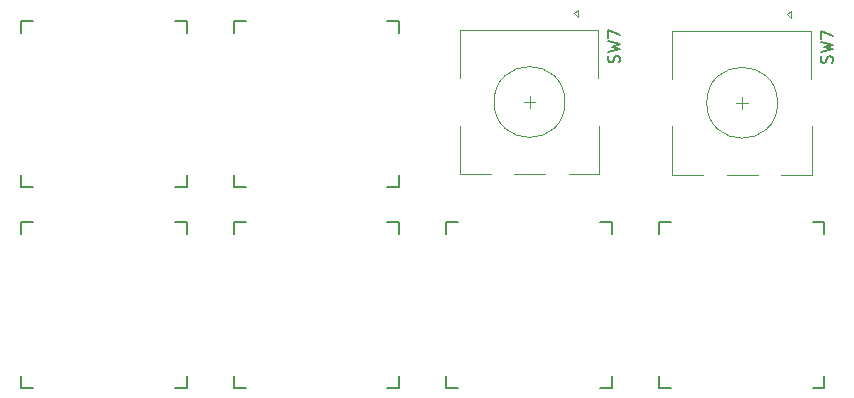
<source format=gto>
G04 #@! TF.GenerationSoftware,KiCad,Pcbnew,(5.1.10-1-10_14)*
G04 #@! TF.CreationDate,2021-10-28T16:09:57+08:00*
G04 #@! TF.ProjectId,macro3,6d616372-6f33-42e6-9b69-6361645f7063,0.1*
G04 #@! TF.SameCoordinates,Original*
G04 #@! TF.FileFunction,Legend,Top*
G04 #@! TF.FilePolarity,Positive*
%FSLAX46Y46*%
G04 Gerber Fmt 4.6, Leading zero omitted, Abs format (unit mm)*
G04 Created by KiCad (PCBNEW (5.1.10-1-10_14)) date 2021-10-28 16:09:57*
%MOMM*%
%LPD*%
G01*
G04 APERTURE LIST*
%ADD10C,0.120000*%
%ADD11C,0.150000*%
%ADD12C,1.900000*%
%ADD13C,2.400000*%
%ADD14C,1.390600*%
%ADD15C,2.432000*%
%ADD16C,3.829000*%
%ADD17C,2.101800*%
%ADD18C,1.924000*%
G04 APERTURE END LIST*
D10*
X77500000Y-70300000D02*
G75*
G03*
X77500000Y-70300000I-3000000J0D01*
G01*
X80400000Y-72300000D02*
X80400000Y-76400000D01*
X68600000Y-76400000D02*
X68600000Y-72300000D01*
X68600000Y-68300000D02*
X68600000Y-64200000D01*
X80300000Y-68300000D02*
X80300000Y-64200000D01*
X80300000Y-64200000D02*
X68600000Y-64200000D01*
X78300000Y-62800000D02*
X78600000Y-62500000D01*
X78600000Y-62500000D02*
X78600000Y-63100000D01*
X78600000Y-63100000D02*
X78300000Y-62800000D01*
X80400000Y-76400000D02*
X77800000Y-76400000D01*
X75800000Y-76400000D02*
X73200000Y-76400000D01*
X71200000Y-76400000D02*
X68600000Y-76400000D01*
X75000000Y-70300000D02*
X74000000Y-70300000D01*
X74500000Y-69800000D02*
X74500000Y-70800000D01*
D11*
X31460000Y-80480000D02*
X32460000Y-80480000D01*
X31460000Y-81480000D02*
X31460000Y-80480000D01*
X31460000Y-94480000D02*
X31460000Y-93480000D01*
X32460000Y-94480000D02*
X31460000Y-94480000D01*
X45460000Y-94480000D02*
X44460000Y-94480000D01*
X45460000Y-93480000D02*
X45460000Y-94480000D01*
X45460000Y-80480000D02*
X45460000Y-81480000D01*
X44460000Y-80480000D02*
X45460000Y-80480000D01*
X31460000Y-63480000D02*
X32460000Y-63480000D01*
X31460000Y-64480000D02*
X31460000Y-63480000D01*
X31460000Y-77480000D02*
X31460000Y-76480000D01*
X32460000Y-77480000D02*
X31460000Y-77480000D01*
X45460000Y-77480000D02*
X44460000Y-77480000D01*
X45460000Y-76480000D02*
X45460000Y-77480000D01*
X45460000Y-63480000D02*
X45460000Y-64480000D01*
X44460000Y-63480000D02*
X45460000Y-63480000D01*
D10*
X92500000Y-69860000D02*
X92500000Y-70860000D01*
X93000000Y-70360000D02*
X92000000Y-70360000D01*
X89200000Y-76460000D02*
X86600000Y-76460000D01*
X93800000Y-76460000D02*
X91200000Y-76460000D01*
X98400000Y-76460000D02*
X95800000Y-76460000D01*
X96600000Y-63160000D02*
X96300000Y-62860000D01*
X96600000Y-62560000D02*
X96600000Y-63160000D01*
X96300000Y-62860000D02*
X96600000Y-62560000D01*
X98300000Y-64260000D02*
X86600000Y-64260000D01*
X98300000Y-68360000D02*
X98300000Y-64260000D01*
X86600000Y-68360000D02*
X86600000Y-64260000D01*
X86600000Y-76460000D02*
X86600000Y-72360000D01*
X98400000Y-72360000D02*
X98400000Y-76460000D01*
X95500000Y-70360000D02*
G75*
G03*
X95500000Y-70360000I-3000000J0D01*
G01*
D11*
X62460000Y-63480000D02*
X63460000Y-63480000D01*
X63460000Y-63480000D02*
X63460000Y-64480000D01*
X63460000Y-76480000D02*
X63460000Y-77480000D01*
X63460000Y-77480000D02*
X62460000Y-77480000D01*
X50460000Y-77480000D02*
X49460000Y-77480000D01*
X49460000Y-77480000D02*
X49460000Y-76480000D01*
X49460000Y-64480000D02*
X49460000Y-63480000D01*
X49460000Y-63480000D02*
X50460000Y-63480000D01*
X98460000Y-80480000D02*
X99460000Y-80480000D01*
X99460000Y-80480000D02*
X99460000Y-81480000D01*
X99460000Y-93480000D02*
X99460000Y-94480000D01*
X99460000Y-94480000D02*
X98460000Y-94480000D01*
X86460000Y-94480000D02*
X85460000Y-94480000D01*
X85460000Y-94480000D02*
X85460000Y-93480000D01*
X85460000Y-81480000D02*
X85460000Y-80480000D01*
X85460000Y-80480000D02*
X86460000Y-80480000D01*
X80460000Y-80480000D02*
X81460000Y-80480000D01*
X81460000Y-80480000D02*
X81460000Y-81480000D01*
X81460000Y-93480000D02*
X81460000Y-94480000D01*
X81460000Y-94480000D02*
X80460000Y-94480000D01*
X68460000Y-94480000D02*
X67460000Y-94480000D01*
X67460000Y-94480000D02*
X67460000Y-93480000D01*
X67460000Y-81480000D02*
X67460000Y-80480000D01*
X67460000Y-80480000D02*
X68460000Y-80480000D01*
X62460000Y-80480000D02*
X63460000Y-80480000D01*
X63460000Y-80480000D02*
X63460000Y-81480000D01*
X63460000Y-93480000D02*
X63460000Y-94480000D01*
X63460000Y-94480000D02*
X62460000Y-94480000D01*
X50460000Y-94480000D02*
X49460000Y-94480000D01*
X49460000Y-94480000D02*
X49460000Y-93480000D01*
X49460000Y-81480000D02*
X49460000Y-80480000D01*
X49460000Y-80480000D02*
X50460000Y-80480000D01*
X82104761Y-66933333D02*
X82152380Y-66790476D01*
X82152380Y-66552380D01*
X82104761Y-66457142D01*
X82057142Y-66409523D01*
X81961904Y-66361904D01*
X81866666Y-66361904D01*
X81771428Y-66409523D01*
X81723809Y-66457142D01*
X81676190Y-66552380D01*
X81628571Y-66742857D01*
X81580952Y-66838095D01*
X81533333Y-66885714D01*
X81438095Y-66933333D01*
X81342857Y-66933333D01*
X81247619Y-66885714D01*
X81200000Y-66838095D01*
X81152380Y-66742857D01*
X81152380Y-66504761D01*
X81200000Y-66361904D01*
X81152380Y-66028571D02*
X82152380Y-65790476D01*
X81438095Y-65600000D01*
X82152380Y-65409523D01*
X81152380Y-65171428D01*
X81152380Y-64885714D02*
X81152380Y-64219047D01*
X82152380Y-64647619D01*
X100104761Y-66993333D02*
X100152380Y-66850476D01*
X100152380Y-66612380D01*
X100104761Y-66517142D01*
X100057142Y-66469523D01*
X99961904Y-66421904D01*
X99866666Y-66421904D01*
X99771428Y-66469523D01*
X99723809Y-66517142D01*
X99676190Y-66612380D01*
X99628571Y-66802857D01*
X99580952Y-66898095D01*
X99533333Y-66945714D01*
X99438095Y-66993333D01*
X99342857Y-66993333D01*
X99247619Y-66945714D01*
X99200000Y-66898095D01*
X99152380Y-66802857D01*
X99152380Y-66564761D01*
X99200000Y-66421904D01*
X99152380Y-66088571D02*
X100152380Y-65850476D01*
X99438095Y-65660000D01*
X100152380Y-65469523D01*
X99152380Y-65231428D01*
X99152380Y-64945714D02*
X99152380Y-64279047D01*
X100152380Y-64707619D01*
%LPC*%
D12*
X72000000Y-77300000D03*
X77000000Y-77300000D03*
G36*
G01*
X67900000Y-68500000D02*
X69900000Y-68500000D01*
G75*
G02*
X70100000Y-68700000I0J-200000D01*
G01*
X70100000Y-71900000D01*
G75*
G02*
X69900000Y-72100000I-200000J0D01*
G01*
X67900000Y-72100000D01*
G75*
G02*
X67700000Y-71900000I0J200000D01*
G01*
X67700000Y-68700000D01*
G75*
G02*
X67900000Y-68500000I200000J0D01*
G01*
G37*
G36*
G01*
X79100000Y-68500000D02*
X81100000Y-68500000D01*
G75*
G02*
X81300000Y-68700000I0J-200000D01*
G01*
X81300000Y-71900000D01*
G75*
G02*
X81100000Y-72100000I-200000J0D01*
G01*
X79100000Y-72100000D01*
G75*
G02*
X78900000Y-71900000I0J200000D01*
G01*
X78900000Y-68700000D01*
G75*
G02*
X79100000Y-68500000I200000J0D01*
G01*
G37*
D13*
X72000000Y-62800000D03*
X74500000Y-62800000D03*
G36*
G01*
X76000000Y-61600000D02*
X78000000Y-61600000D01*
G75*
G02*
X78200000Y-61800000I0J-200000D01*
G01*
X78200000Y-63800000D01*
G75*
G02*
X78000000Y-64000000I-200000J0D01*
G01*
X76000000Y-64000000D01*
G75*
G02*
X75800000Y-63800000I0J200000D01*
G01*
X75800000Y-61800000D01*
G75*
G02*
X76000000Y-61600000I200000J0D01*
G01*
G37*
D14*
X33240000Y-83280000D03*
D15*
X43460000Y-91280000D03*
D16*
X38460000Y-87480000D03*
D15*
X33460000Y-91280000D03*
X38460000Y-93380000D03*
D14*
X43680000Y-83280000D03*
D17*
X43960000Y-87480000D03*
X32960000Y-87480000D03*
D14*
X33240000Y-66280000D03*
D15*
X43460000Y-74280000D03*
D16*
X38460000Y-70480000D03*
D15*
X33460000Y-74280000D03*
X38460000Y-76380000D03*
D14*
X43680000Y-66280000D03*
D17*
X43960000Y-70480000D03*
X32960000Y-70480000D03*
D18*
X119118600Y-64892000D03*
X119118600Y-67432000D03*
X119118600Y-69972000D03*
X119118600Y-72512000D03*
X119118600Y-75052000D03*
X119118600Y-77592000D03*
X119118600Y-80132000D03*
X119118600Y-82672000D03*
X119118600Y-85212000D03*
X119118600Y-87752000D03*
X119118600Y-90292000D03*
X119118600Y-92832000D03*
X103898600Y-92832000D03*
X103898600Y-90292000D03*
X103898600Y-87752000D03*
X103898600Y-85212000D03*
X103898600Y-82672000D03*
X103898600Y-80132000D03*
X103898600Y-77592000D03*
X103898600Y-75052000D03*
X103898600Y-72512000D03*
X103898600Y-69972000D03*
X103898600Y-67432000D03*
X103898600Y-64892000D03*
G36*
G01*
X94000000Y-61660000D02*
X96000000Y-61660000D01*
G75*
G02*
X96200000Y-61860000I0J-200000D01*
G01*
X96200000Y-63860000D01*
G75*
G02*
X96000000Y-64060000I-200000J0D01*
G01*
X94000000Y-64060000D01*
G75*
G02*
X93800000Y-63860000I0J200000D01*
G01*
X93800000Y-61860000D01*
G75*
G02*
X94000000Y-61660000I200000J0D01*
G01*
G37*
D13*
X92500000Y-62860000D03*
X90000000Y-62860000D03*
G36*
G01*
X97100000Y-68560000D02*
X99100000Y-68560000D01*
G75*
G02*
X99300000Y-68760000I0J-200000D01*
G01*
X99300000Y-71960000D01*
G75*
G02*
X99100000Y-72160000I-200000J0D01*
G01*
X97100000Y-72160000D01*
G75*
G02*
X96900000Y-71960000I0J200000D01*
G01*
X96900000Y-68760000D01*
G75*
G02*
X97100000Y-68560000I200000J0D01*
G01*
G37*
G36*
G01*
X85900000Y-68560000D02*
X87900000Y-68560000D01*
G75*
G02*
X88100000Y-68760000I0J-200000D01*
G01*
X88100000Y-71960000D01*
G75*
G02*
X87900000Y-72160000I-200000J0D01*
G01*
X85900000Y-72160000D01*
G75*
G02*
X85700000Y-71960000I0J200000D01*
G01*
X85700000Y-68760000D01*
G75*
G02*
X85900000Y-68560000I200000J0D01*
G01*
G37*
D12*
X95000000Y-77360000D03*
X90000000Y-77360000D03*
D17*
X50960000Y-70480000D03*
X61960000Y-70480000D03*
D14*
X61680000Y-66280000D03*
D15*
X56460000Y-76380000D03*
X51460000Y-74280000D03*
D16*
X56460000Y-70480000D03*
D15*
X61460000Y-74280000D03*
D14*
X51240000Y-66280000D03*
D17*
X86960000Y-87480000D03*
X97960000Y-87480000D03*
D14*
X97680000Y-83280000D03*
D15*
X92460000Y-93380000D03*
X87460000Y-91280000D03*
D16*
X92460000Y-87480000D03*
D15*
X97460000Y-91280000D03*
D14*
X87240000Y-83280000D03*
D17*
X68960000Y-87480000D03*
X79960000Y-87480000D03*
D14*
X79680000Y-83280000D03*
D15*
X74460000Y-93380000D03*
X69460000Y-91280000D03*
D16*
X74460000Y-87480000D03*
D15*
X79460000Y-91280000D03*
D14*
X69240000Y-83280000D03*
D17*
X50960000Y-87480000D03*
X61960000Y-87480000D03*
D14*
X61680000Y-83280000D03*
D15*
X56460000Y-93380000D03*
X51460000Y-91280000D03*
D16*
X56460000Y-87480000D03*
D15*
X61460000Y-91280000D03*
D14*
X51240000Y-83280000D03*
M02*

</source>
